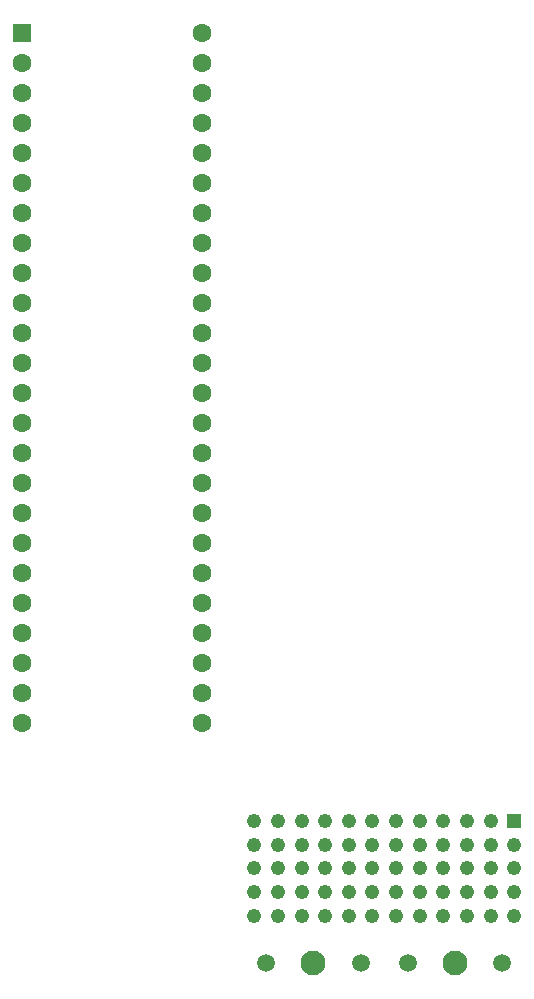
<source format=gbr>
%TF.GenerationSoftware,KiCad,Pcbnew,(7.0.0)*%
%TF.CreationDate,2023-02-28T21:07:10-08:00*%
%TF.ProjectId,semiactive,73656d69-6163-4746-9976-652e6b696361,rev?*%
%TF.SameCoordinates,Original*%
%TF.FileFunction,Soldermask,Bot*%
%TF.FilePolarity,Negative*%
%FSLAX46Y46*%
G04 Gerber Fmt 4.6, Leading zero omitted, Abs format (unit mm)*
G04 Created by KiCad (PCBNEW (7.0.0)) date 2023-02-28 21:07:10*
%MOMM*%
%LPD*%
G01*
G04 APERTURE LIST*
%ADD10C,1.500000*%
%ADD11C,2.100000*%
%ADD12R,1.243000X1.243000*%
%ADD13C,1.243000*%
%ADD14R,1.600000X1.600000*%
%ADD15C,1.600000*%
G04 APERTURE END LIST*
D10*
%TO.C,J1*%
X166451000Y-123189000D03*
D11*
X170451000Y-123189000D03*
D10*
X174451000Y-123189000D03*
X178451000Y-123189000D03*
D11*
X182451000Y-123189000D03*
D10*
X186451000Y-123189000D03*
D12*
X187450999Y-111188999D03*
D13*
X185451000Y-111189000D03*
X183451000Y-111189000D03*
X181451000Y-111189000D03*
X179451000Y-111189000D03*
X177451000Y-111189000D03*
X175451000Y-111189000D03*
X173451000Y-111189000D03*
X171451000Y-111189000D03*
X169451000Y-111189000D03*
X167451000Y-111189000D03*
X165451000Y-111189000D03*
X187451000Y-113189000D03*
X185451000Y-113189000D03*
X183451000Y-113189000D03*
X181451000Y-113189000D03*
X179451000Y-113189000D03*
X177451000Y-113189000D03*
X175451000Y-113189000D03*
X173451000Y-113189000D03*
X171451000Y-113189000D03*
X169451000Y-113189000D03*
X167451000Y-113189000D03*
X165451000Y-113189000D03*
X187451000Y-115189000D03*
X185451000Y-115189000D03*
X183451000Y-115189000D03*
X181451000Y-115189000D03*
X179451000Y-115189000D03*
X177451000Y-115189000D03*
X175451000Y-115189000D03*
X173451000Y-115189000D03*
X171451000Y-115189000D03*
X169451000Y-115189000D03*
X167451000Y-115189000D03*
X165451000Y-115189000D03*
X187451000Y-117189000D03*
X185451000Y-117189000D03*
X183451000Y-117189000D03*
X181451000Y-117189000D03*
X179451000Y-117189000D03*
X177451000Y-117189000D03*
X175451000Y-117189000D03*
X173451000Y-117189000D03*
X171451000Y-117189000D03*
X169451000Y-117189000D03*
X167451000Y-117189000D03*
X165451000Y-117189000D03*
X187451000Y-119189000D03*
X185451000Y-119189000D03*
X183451000Y-119189000D03*
X181451000Y-119189000D03*
X179451000Y-119189000D03*
X177451000Y-119189000D03*
X175451000Y-119189000D03*
X173451000Y-119189000D03*
X171451000Y-119189000D03*
X169451000Y-119189000D03*
X167451000Y-119189000D03*
X165451000Y-119189000D03*
%TD*%
D14*
%TO.C,U1*%
X145795999Y-44449999D03*
D15*
X145796000Y-46990000D03*
X145796000Y-49530000D03*
X145796000Y-52070000D03*
X145796000Y-54610000D03*
X145796000Y-57150000D03*
X145796000Y-59690000D03*
X145796000Y-62230000D03*
X145796000Y-64770000D03*
X145796000Y-67310000D03*
X145796000Y-69850000D03*
X145796000Y-72390000D03*
X145796000Y-74930000D03*
X145796000Y-77470000D03*
X145796000Y-80010000D03*
X145796000Y-82550000D03*
X145796000Y-85090000D03*
X145796000Y-87630000D03*
X145796000Y-90170000D03*
X145796000Y-92710000D03*
X145796000Y-95250000D03*
X145796000Y-97790000D03*
X145796000Y-100330000D03*
X145796000Y-102870000D03*
X161036000Y-102870000D03*
X161036000Y-100330000D03*
X161036000Y-97790000D03*
X161036000Y-95250000D03*
X161036000Y-92710000D03*
X161036000Y-90170000D03*
X161036000Y-87630000D03*
X161036000Y-85090000D03*
X161036000Y-82550000D03*
X161036000Y-80010000D03*
X161036000Y-77470000D03*
X161036000Y-74930000D03*
X161036000Y-72390000D03*
X161036000Y-69850000D03*
X161036000Y-67310000D03*
X161036000Y-64770000D03*
X161036000Y-62230000D03*
X161036000Y-59690000D03*
X161036000Y-57150000D03*
X161036000Y-54610000D03*
X161036000Y-52070000D03*
X161036000Y-49530000D03*
X161036000Y-46990000D03*
X161036000Y-44450000D03*
%TD*%
M02*

</source>
